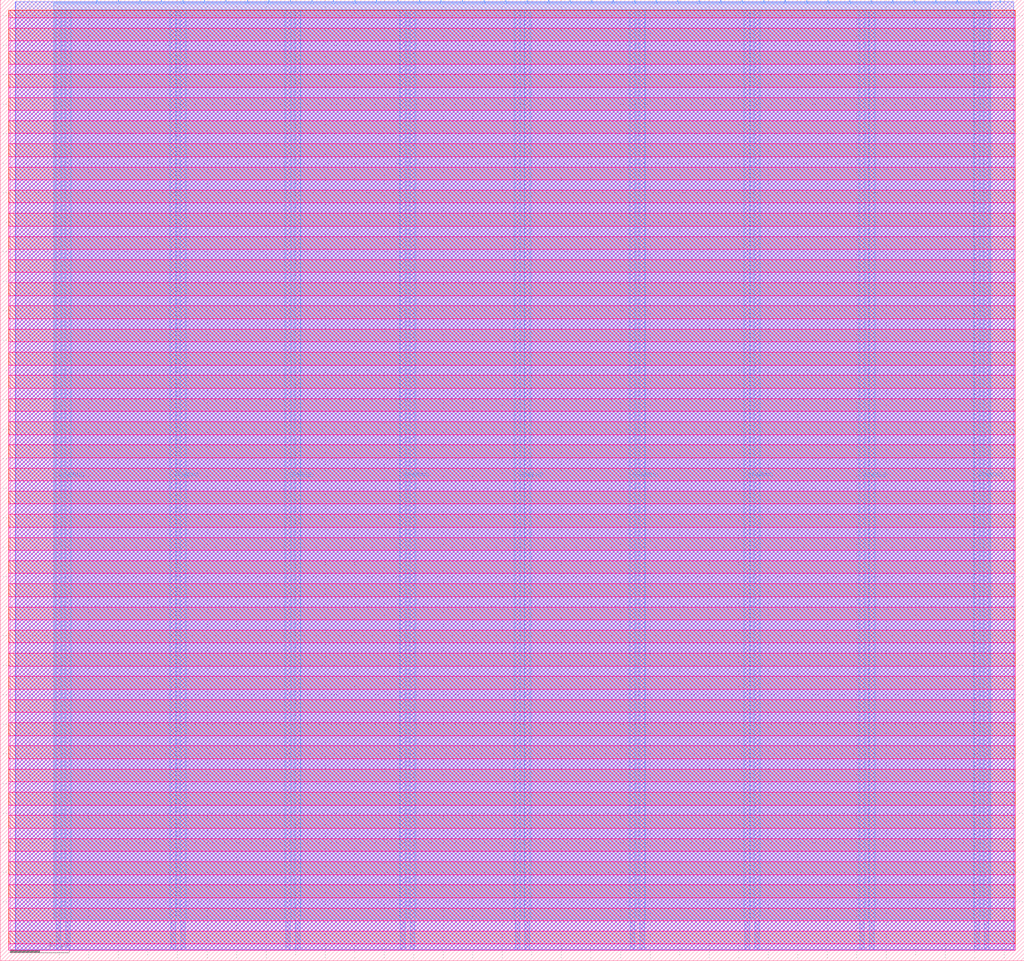
<source format=lef>
VERSION 5.7 ;
  NOWIREEXTENSIONATPIN ON ;
  DIVIDERCHAR "/" ;
  BUSBITCHARS "[]" ;
MACRO tt_um_urish_usb_cdc
  CLASS BLOCK ;
  FOREIGN tt_um_urish_usb_cdc ;
  ORIGIN 0.000 0.000 ;
  SIZE 346.640 BY 325.360 ;
  PIN VGND
    DIRECTION INOUT ;
    USE GROUND ;
    PORT
      LAYER Metal4 ;
        RECT 22.180 3.620 23.780 321.740 ;
    END
    PORT
      LAYER Metal4 ;
        RECT 61.050 3.620 62.650 321.740 ;
    END
    PORT
      LAYER Metal4 ;
        RECT 99.920 3.620 101.520 321.740 ;
    END
    PORT
      LAYER Metal4 ;
        RECT 138.790 3.620 140.390 321.740 ;
    END
    PORT
      LAYER Metal4 ;
        RECT 177.660 3.620 179.260 321.740 ;
    END
    PORT
      LAYER Metal4 ;
        RECT 216.530 3.620 218.130 321.740 ;
    END
    PORT
      LAYER Metal4 ;
        RECT 255.400 3.620 257.000 321.740 ;
    END
    PORT
      LAYER Metal4 ;
        RECT 294.270 3.620 295.870 321.740 ;
    END
    PORT
      LAYER Metal4 ;
        RECT 333.140 3.620 334.740 321.740 ;
    END
  END VGND
  PIN VPWR
    DIRECTION INOUT ;
    USE POWER ;
    PORT
      LAYER Metal4 ;
        RECT 18.880 3.620 20.480 321.740 ;
    END
    PORT
      LAYER Metal4 ;
        RECT 57.750 3.620 59.350 321.740 ;
    END
    PORT
      LAYER Metal4 ;
        RECT 96.620 3.620 98.220 321.740 ;
    END
    PORT
      LAYER Metal4 ;
        RECT 135.490 3.620 137.090 321.740 ;
    END
    PORT
      LAYER Metal4 ;
        RECT 174.360 3.620 175.960 321.740 ;
    END
    PORT
      LAYER Metal4 ;
        RECT 213.230 3.620 214.830 321.740 ;
    END
    PORT
      LAYER Metal4 ;
        RECT 252.100 3.620 253.700 321.740 ;
    END
    PORT
      LAYER Metal4 ;
        RECT 290.970 3.620 292.570 321.740 ;
    END
    PORT
      LAYER Metal4 ;
        RECT 329.840 3.620 331.440 321.740 ;
    END
  END VPWR
  PIN clk
    DIRECTION INPUT ;
    USE SIGNAL ;
    ANTENNAGATEAREA 4.738000 ;
    PORT
      LAYER Metal4 ;
        RECT 331.090 324.360 331.390 325.360 ;
    END
  END clk
  PIN ena
    DIRECTION INPUT ;
    USE SIGNAL ;
    PORT
      LAYER Metal4 ;
        RECT 338.370 324.360 338.670 325.360 ;
    END
  END ena
  PIN rst_n
    DIRECTION INPUT ;
    USE SIGNAL ;
    ANTENNAGATEAREA 0.396000 ;
    PORT
      LAYER Metal4 ;
        RECT 323.810 324.360 324.110 325.360 ;
    END
  END rst_n
  PIN ui_in[0]
    DIRECTION INPUT ;
    USE SIGNAL ;
    PORT
      LAYER Metal4 ;
        RECT 316.530 324.360 316.830 325.360 ;
    END
  END ui_in[0]
  PIN ui_in[1]
    DIRECTION INPUT ;
    USE SIGNAL ;
    PORT
      LAYER Metal4 ;
        RECT 309.250 324.360 309.550 325.360 ;
    END
  END ui_in[1]
  PIN ui_in[2]
    DIRECTION INPUT ;
    USE SIGNAL ;
    PORT
      LAYER Metal4 ;
        RECT 301.970 324.360 302.270 325.360 ;
    END
  END ui_in[2]
  PIN ui_in[3]
    DIRECTION INPUT ;
    USE SIGNAL ;
    ANTENNAGATEAREA 0.396000 ;
    PORT
      LAYER Metal4 ;
        RECT 294.690 324.360 294.990 325.360 ;
    END
  END ui_in[3]
  PIN ui_in[4]
    DIRECTION INPUT ;
    USE SIGNAL ;
    PORT
      LAYER Metal4 ;
        RECT 287.410 324.360 287.710 325.360 ;
    END
  END ui_in[4]
  PIN ui_in[5]
    DIRECTION INPUT ;
    USE SIGNAL ;
    PORT
      LAYER Metal4 ;
        RECT 280.130 324.360 280.430 325.360 ;
    END
  END ui_in[5]
  PIN ui_in[6]
    DIRECTION INPUT ;
    USE SIGNAL ;
    PORT
      LAYER Metal4 ;
        RECT 272.850 324.360 273.150 325.360 ;
    END
  END ui_in[6]
  PIN ui_in[7]
    DIRECTION INPUT ;
    USE SIGNAL ;
    PORT
      LAYER Metal4 ;
        RECT 265.570 324.360 265.870 325.360 ;
    END
  END ui_in[7]
  PIN uio_in[0]
    DIRECTION INPUT ;
    USE SIGNAL ;
    ANTENNAGATEAREA 0.396000 ;
    PORT
      LAYER Metal4 ;
        RECT 258.290 324.360 258.590 325.360 ;
    END
  END uio_in[0]
  PIN uio_in[1]
    DIRECTION INPUT ;
    USE SIGNAL ;
    ANTENNAGATEAREA 0.396000 ;
    PORT
      LAYER Metal4 ;
        RECT 251.010 324.360 251.310 325.360 ;
    END
  END uio_in[1]
  PIN uio_in[2]
    DIRECTION INPUT ;
    USE SIGNAL ;
    PORT
      LAYER Metal4 ;
        RECT 243.730 324.360 244.030 325.360 ;
    END
  END uio_in[2]
  PIN uio_in[3]
    DIRECTION INPUT ;
    USE SIGNAL ;
    PORT
      LAYER Metal4 ;
        RECT 236.450 324.360 236.750 325.360 ;
    END
  END uio_in[3]
  PIN uio_in[4]
    DIRECTION INPUT ;
    USE SIGNAL ;
    PORT
      LAYER Metal4 ;
        RECT 229.170 324.360 229.470 325.360 ;
    END
  END uio_in[4]
  PIN uio_in[5]
    DIRECTION INPUT ;
    USE SIGNAL ;
    PORT
      LAYER Metal4 ;
        RECT 221.890 324.360 222.190 325.360 ;
    END
  END uio_in[5]
  PIN uio_in[6]
    DIRECTION INPUT ;
    USE SIGNAL ;
    PORT
      LAYER Metal4 ;
        RECT 214.610 324.360 214.910 325.360 ;
    END
  END uio_in[6]
  PIN uio_in[7]
    DIRECTION INPUT ;
    USE SIGNAL ;
    PORT
      LAYER Metal4 ;
        RECT 207.330 324.360 207.630 325.360 ;
    END
  END uio_in[7]
  PIN uio_oe[0]
    DIRECTION OUTPUT ;
    USE SIGNAL ;
    ANTENNADIFFAREA 1.986000 ;
    PORT
      LAYER Metal4 ;
        RECT 83.570 324.360 83.870 325.360 ;
    END
  END uio_oe[0]
  PIN uio_oe[1]
    DIRECTION OUTPUT ;
    USE SIGNAL ;
    ANTENNADIFFAREA 1.986000 ;
    PORT
      LAYER Metal4 ;
        RECT 76.290 324.360 76.590 325.360 ;
    END
  END uio_oe[1]
  PIN uio_oe[2]
    DIRECTION OUTPUT ;
    USE SIGNAL ;
    ANTENNADIFFAREA 0.536800 ;
    PORT
      LAYER Metal4 ;
        RECT 69.010 324.360 69.310 325.360 ;
    END
  END uio_oe[2]
  PIN uio_oe[3]
    DIRECTION OUTPUT ;
    USE SIGNAL ;
    ANTENNADIFFAREA 0.360800 ;
    PORT
      LAYER Metal4 ;
        RECT 61.730 324.360 62.030 325.360 ;
    END
  END uio_oe[3]
  PIN uio_oe[4]
    DIRECTION OUTPUT ;
    USE SIGNAL ;
    ANTENNADIFFAREA 0.360800 ;
    PORT
      LAYER Metal4 ;
        RECT 54.450 324.360 54.750 325.360 ;
    END
  END uio_oe[4]
  PIN uio_oe[5]
    DIRECTION OUTPUT ;
    USE SIGNAL ;
    ANTENNADIFFAREA 0.360800 ;
    PORT
      LAYER Metal4 ;
        RECT 47.170 324.360 47.470 325.360 ;
    END
  END uio_oe[5]
  PIN uio_oe[6]
    DIRECTION OUTPUT ;
    USE SIGNAL ;
    ANTENNADIFFAREA 0.360800 ;
    PORT
      LAYER Metal4 ;
        RECT 39.890 324.360 40.190 325.360 ;
    END
  END uio_oe[6]
  PIN uio_oe[7]
    DIRECTION OUTPUT ;
    USE SIGNAL ;
    ANTENNADIFFAREA 0.360800 ;
    PORT
      LAYER Metal4 ;
        RECT 32.610 324.360 32.910 325.360 ;
    END
  END uio_oe[7]
  PIN uio_out[0]
    DIRECTION OUTPUT ;
    USE SIGNAL ;
    ANTENNADIFFAREA 1.986000 ;
    PORT
      LAYER Metal4 ;
        RECT 141.810 324.360 142.110 325.360 ;
    END
  END uio_out[0]
  PIN uio_out[1]
    DIRECTION OUTPUT ;
    USE SIGNAL ;
    ANTENNADIFFAREA 1.986000 ;
    PORT
      LAYER Metal4 ;
        RECT 134.530 324.360 134.830 325.360 ;
    END
  END uio_out[1]
  PIN uio_out[2]
    DIRECTION OUTPUT ;
    USE SIGNAL ;
    ANTENNADIFFAREA 1.986000 ;
    PORT
      LAYER Metal4 ;
        RECT 127.250 324.360 127.550 325.360 ;
    END
  END uio_out[2]
  PIN uio_out[3]
    DIRECTION OUTPUT ;
    USE SIGNAL ;
    ANTENNADIFFAREA 0.360800 ;
    PORT
      LAYER Metal4 ;
        RECT 119.970 324.360 120.270 325.360 ;
    END
  END uio_out[3]
  PIN uio_out[4]
    DIRECTION OUTPUT ;
    USE SIGNAL ;
    ANTENNADIFFAREA 0.360800 ;
    PORT
      LAYER Metal4 ;
        RECT 112.690 324.360 112.990 325.360 ;
    END
  END uio_out[4]
  PIN uio_out[5]
    DIRECTION OUTPUT ;
    USE SIGNAL ;
    ANTENNADIFFAREA 0.360800 ;
    PORT
      LAYER Metal4 ;
        RECT 105.410 324.360 105.710 325.360 ;
    END
  END uio_out[5]
  PIN uio_out[6]
    DIRECTION OUTPUT ;
    USE SIGNAL ;
    ANTENNADIFFAREA 0.360800 ;
    PORT
      LAYER Metal4 ;
        RECT 98.130 324.360 98.430 325.360 ;
    END
  END uio_out[6]
  PIN uio_out[7]
    DIRECTION OUTPUT ;
    USE SIGNAL ;
    ANTENNADIFFAREA 0.360800 ;
    PORT
      LAYER Metal4 ;
        RECT 90.850 324.360 91.150 325.360 ;
    END
  END uio_out[7]
  PIN uo_out[0]
    DIRECTION OUTPUT ;
    USE SIGNAL ;
    ANTENNADIFFAREA 0.360800 ;
    PORT
      LAYER Metal4 ;
        RECT 200.050 324.360 200.350 325.360 ;
    END
  END uo_out[0]
  PIN uo_out[1]
    DIRECTION OUTPUT ;
    USE SIGNAL ;
    ANTENNADIFFAREA 0.360800 ;
    PORT
      LAYER Metal4 ;
        RECT 192.770 324.360 193.070 325.360 ;
    END
  END uo_out[1]
  PIN uo_out[2]
    DIRECTION OUTPUT ;
    USE SIGNAL ;
    ANTENNADIFFAREA 0.360800 ;
    PORT
      LAYER Metal4 ;
        RECT 185.490 324.360 185.790 325.360 ;
    END
  END uo_out[2]
  PIN uo_out[3]
    DIRECTION OUTPUT ;
    USE SIGNAL ;
    ANTENNADIFFAREA 0.360800 ;
    PORT
      LAYER Metal4 ;
        RECT 178.210 324.360 178.510 325.360 ;
    END
  END uo_out[3]
  PIN uo_out[4]
    DIRECTION OUTPUT ;
    USE SIGNAL ;
    ANTENNADIFFAREA 1.986000 ;
    PORT
      LAYER Metal4 ;
        RECT 170.930 324.360 171.230 325.360 ;
    END
  END uo_out[4]
  PIN uo_out[5]
    DIRECTION OUTPUT ;
    USE SIGNAL ;
    ANTENNADIFFAREA 0.360800 ;
    PORT
      LAYER Metal4 ;
        RECT 163.650 324.360 163.950 325.360 ;
    END
  END uo_out[5]
  PIN uo_out[6]
    DIRECTION OUTPUT ;
    USE SIGNAL ;
    ANTENNADIFFAREA 0.360800 ;
    PORT
      LAYER Metal4 ;
        RECT 156.370 324.360 156.670 325.360 ;
    END
  END uo_out[6]
  PIN uo_out[7]
    DIRECTION OUTPUT ;
    USE SIGNAL ;
    ANTENNADIFFAREA 1.986000 ;
    PORT
      LAYER Metal4 ;
        RECT 149.090 324.360 149.390 325.360 ;
    END
  END uo_out[7]
  OBS
      LAYER Nwell ;
        RECT 2.930 319.280 343.710 321.870 ;
      LAYER Pwell ;
        RECT 2.930 315.760 343.710 319.280 ;
      LAYER Nwell ;
        RECT 2.930 311.440 343.710 315.760 ;
      LAYER Pwell ;
        RECT 2.930 307.920 343.710 311.440 ;
      LAYER Nwell ;
        RECT 2.930 303.600 343.710 307.920 ;
      LAYER Pwell ;
        RECT 2.930 300.080 343.710 303.600 ;
      LAYER Nwell ;
        RECT 2.930 295.760 343.710 300.080 ;
      LAYER Pwell ;
        RECT 2.930 292.240 343.710 295.760 ;
      LAYER Nwell ;
        RECT 2.930 287.920 343.710 292.240 ;
      LAYER Pwell ;
        RECT 2.930 284.400 343.710 287.920 ;
      LAYER Nwell ;
        RECT 2.930 280.080 343.710 284.400 ;
      LAYER Pwell ;
        RECT 2.930 276.560 343.710 280.080 ;
      LAYER Nwell ;
        RECT 2.930 272.240 343.710 276.560 ;
      LAYER Pwell ;
        RECT 2.930 268.720 343.710 272.240 ;
      LAYER Nwell ;
        RECT 2.930 264.400 343.710 268.720 ;
      LAYER Pwell ;
        RECT 2.930 260.880 343.710 264.400 ;
      LAYER Nwell ;
        RECT 2.930 256.560 343.710 260.880 ;
      LAYER Pwell ;
        RECT 2.930 253.040 343.710 256.560 ;
      LAYER Nwell ;
        RECT 2.930 248.720 343.710 253.040 ;
      LAYER Pwell ;
        RECT 2.930 245.200 343.710 248.720 ;
      LAYER Nwell ;
        RECT 2.930 240.880 343.710 245.200 ;
      LAYER Pwell ;
        RECT 2.930 237.360 343.710 240.880 ;
      LAYER Nwell ;
        RECT 2.930 233.040 343.710 237.360 ;
      LAYER Pwell ;
        RECT 2.930 229.520 343.710 233.040 ;
      LAYER Nwell ;
        RECT 2.930 225.200 343.710 229.520 ;
      LAYER Pwell ;
        RECT 2.930 221.680 343.710 225.200 ;
      LAYER Nwell ;
        RECT 2.930 217.360 343.710 221.680 ;
      LAYER Pwell ;
        RECT 2.930 213.840 343.710 217.360 ;
      LAYER Nwell ;
        RECT 2.930 209.520 343.710 213.840 ;
      LAYER Pwell ;
        RECT 2.930 206.000 343.710 209.520 ;
      LAYER Nwell ;
        RECT 2.930 201.680 343.710 206.000 ;
      LAYER Pwell ;
        RECT 2.930 198.160 343.710 201.680 ;
      LAYER Nwell ;
        RECT 2.930 193.840 343.710 198.160 ;
      LAYER Pwell ;
        RECT 2.930 190.320 343.710 193.840 ;
      LAYER Nwell ;
        RECT 2.930 186.000 343.710 190.320 ;
      LAYER Pwell ;
        RECT 2.930 182.480 343.710 186.000 ;
      LAYER Nwell ;
        RECT 2.930 178.160 343.710 182.480 ;
      LAYER Pwell ;
        RECT 2.930 174.640 343.710 178.160 ;
      LAYER Nwell ;
        RECT 2.930 170.320 343.710 174.640 ;
      LAYER Pwell ;
        RECT 2.930 166.800 343.710 170.320 ;
      LAYER Nwell ;
        RECT 2.930 162.480 343.710 166.800 ;
      LAYER Pwell ;
        RECT 2.930 158.960 343.710 162.480 ;
      LAYER Nwell ;
        RECT 2.930 154.640 343.710 158.960 ;
      LAYER Pwell ;
        RECT 2.930 151.120 343.710 154.640 ;
      LAYER Nwell ;
        RECT 2.930 146.800 343.710 151.120 ;
      LAYER Pwell ;
        RECT 2.930 143.280 343.710 146.800 ;
      LAYER Nwell ;
        RECT 2.930 138.960 343.710 143.280 ;
      LAYER Pwell ;
        RECT 2.930 135.440 343.710 138.960 ;
      LAYER Nwell ;
        RECT 2.930 131.120 343.710 135.440 ;
      LAYER Pwell ;
        RECT 2.930 127.600 343.710 131.120 ;
      LAYER Nwell ;
        RECT 2.930 123.280 343.710 127.600 ;
      LAYER Pwell ;
        RECT 2.930 119.760 343.710 123.280 ;
      LAYER Nwell ;
        RECT 2.930 115.440 343.710 119.760 ;
      LAYER Pwell ;
        RECT 2.930 111.920 343.710 115.440 ;
      LAYER Nwell ;
        RECT 2.930 107.600 343.710 111.920 ;
      LAYER Pwell ;
        RECT 2.930 104.080 343.710 107.600 ;
      LAYER Nwell ;
        RECT 2.930 99.760 343.710 104.080 ;
      LAYER Pwell ;
        RECT 2.930 96.240 343.710 99.760 ;
      LAYER Nwell ;
        RECT 2.930 91.920 343.710 96.240 ;
      LAYER Pwell ;
        RECT 2.930 88.400 343.710 91.920 ;
      LAYER Nwell ;
        RECT 2.930 84.080 343.710 88.400 ;
      LAYER Pwell ;
        RECT 2.930 80.560 343.710 84.080 ;
      LAYER Nwell ;
        RECT 2.930 76.240 343.710 80.560 ;
      LAYER Pwell ;
        RECT 2.930 72.720 343.710 76.240 ;
      LAYER Nwell ;
        RECT 2.930 68.400 343.710 72.720 ;
      LAYER Pwell ;
        RECT 2.930 64.880 343.710 68.400 ;
      LAYER Nwell ;
        RECT 2.930 60.560 343.710 64.880 ;
      LAYER Pwell ;
        RECT 2.930 57.040 343.710 60.560 ;
      LAYER Nwell ;
        RECT 2.930 52.720 343.710 57.040 ;
      LAYER Pwell ;
        RECT 2.930 49.200 343.710 52.720 ;
      LAYER Nwell ;
        RECT 2.930 44.880 343.710 49.200 ;
      LAYER Pwell ;
        RECT 2.930 41.360 343.710 44.880 ;
      LAYER Nwell ;
        RECT 2.930 37.040 343.710 41.360 ;
      LAYER Pwell ;
        RECT 2.930 33.520 343.710 37.040 ;
      LAYER Nwell ;
        RECT 2.930 29.200 343.710 33.520 ;
      LAYER Pwell ;
        RECT 2.930 25.680 343.710 29.200 ;
      LAYER Nwell ;
        RECT 2.930 21.360 343.710 25.680 ;
      LAYER Pwell ;
        RECT 2.930 17.840 343.710 21.360 ;
      LAYER Nwell ;
        RECT 2.930 13.520 343.710 17.840 ;
      LAYER Pwell ;
        RECT 2.930 10.000 343.710 13.520 ;
      LAYER Nwell ;
        RECT 2.930 5.680 343.710 10.000 ;
      LAYER Pwell ;
        RECT 2.930 3.490 343.710 5.680 ;
      LAYER Metal1 ;
        RECT 3.360 3.620 343.280 321.740 ;
      LAYER Metal2 ;
        RECT 5.180 3.730 343.140 324.710 ;
      LAYER Metal3 ;
        RECT 5.130 3.780 343.190 324.660 ;
      LAYER Metal4 ;
        RECT 18.060 324.060 32.310 324.590 ;
        RECT 33.210 324.060 39.590 324.590 ;
        RECT 40.490 324.060 46.870 324.590 ;
        RECT 47.770 324.060 54.150 324.590 ;
        RECT 55.050 324.060 61.430 324.590 ;
        RECT 62.330 324.060 68.710 324.590 ;
        RECT 69.610 324.060 75.990 324.590 ;
        RECT 76.890 324.060 83.270 324.590 ;
        RECT 84.170 324.060 90.550 324.590 ;
        RECT 91.450 324.060 97.830 324.590 ;
        RECT 98.730 324.060 105.110 324.590 ;
        RECT 106.010 324.060 112.390 324.590 ;
        RECT 113.290 324.060 119.670 324.590 ;
        RECT 120.570 324.060 126.950 324.590 ;
        RECT 127.850 324.060 134.230 324.590 ;
        RECT 135.130 324.060 141.510 324.590 ;
        RECT 142.410 324.060 148.790 324.590 ;
        RECT 149.690 324.060 156.070 324.590 ;
        RECT 156.970 324.060 163.350 324.590 ;
        RECT 164.250 324.060 170.630 324.590 ;
        RECT 171.530 324.060 177.910 324.590 ;
        RECT 178.810 324.060 185.190 324.590 ;
        RECT 186.090 324.060 192.470 324.590 ;
        RECT 193.370 324.060 199.750 324.590 ;
        RECT 200.650 324.060 207.030 324.590 ;
        RECT 207.930 324.060 214.310 324.590 ;
        RECT 215.210 324.060 221.590 324.590 ;
        RECT 222.490 324.060 228.870 324.590 ;
        RECT 229.770 324.060 236.150 324.590 ;
        RECT 237.050 324.060 243.430 324.590 ;
        RECT 244.330 324.060 250.710 324.590 ;
        RECT 251.610 324.060 257.990 324.590 ;
        RECT 258.890 324.060 265.270 324.590 ;
        RECT 266.170 324.060 272.550 324.590 ;
        RECT 273.450 324.060 279.830 324.590 ;
        RECT 280.730 324.060 287.110 324.590 ;
        RECT 288.010 324.060 294.390 324.590 ;
        RECT 295.290 324.060 301.670 324.590 ;
        RECT 302.570 324.060 308.950 324.590 ;
        RECT 309.850 324.060 316.230 324.590 ;
        RECT 317.130 324.060 323.510 324.590 ;
        RECT 324.410 324.060 330.790 324.590 ;
        RECT 331.690 324.060 335.300 324.590 ;
        RECT 18.060 322.040 335.300 324.060 ;
        RECT 18.060 14.090 18.580 322.040 ;
        RECT 20.780 14.090 21.880 322.040 ;
        RECT 24.080 14.090 57.450 322.040 ;
        RECT 59.650 14.090 60.750 322.040 ;
        RECT 62.950 14.090 96.320 322.040 ;
        RECT 98.520 14.090 99.620 322.040 ;
        RECT 101.820 14.090 135.190 322.040 ;
        RECT 137.390 14.090 138.490 322.040 ;
        RECT 140.690 14.090 174.060 322.040 ;
        RECT 176.260 14.090 177.360 322.040 ;
        RECT 179.560 14.090 212.930 322.040 ;
        RECT 215.130 14.090 216.230 322.040 ;
        RECT 218.430 14.090 251.800 322.040 ;
        RECT 254.000 14.090 255.100 322.040 ;
        RECT 257.300 14.090 290.670 322.040 ;
        RECT 292.870 14.090 293.970 322.040 ;
        RECT 296.170 14.090 329.540 322.040 ;
        RECT 331.740 14.090 332.840 322.040 ;
        RECT 335.040 14.090 335.300 322.040 ;
  END
END tt_um_urish_usb_cdc
END LIBRARY


</source>
